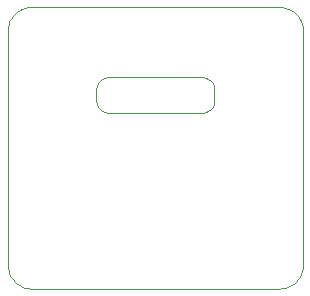
<source format=gm1>
G04*
G04 #@! TF.GenerationSoftware,Altium Limited,Altium Designer,20.0.13 (296)*
G04*
G04 Layer_Color=16711935*
%FSLAX44Y44*%
%MOMM*%
G71*
G01*
G75*
%ADD57C,0.1000*%
%ADD66C,0.0500*%
D57*
X-40000Y59700D02*
X-42588Y59359D01*
X-45000Y58360D01*
X-47071Y56771D01*
X-48660Y54700D01*
X-49659Y52288D01*
X-50000Y49700D01*
Y39700D02*
X-49659Y37112D01*
X-48660Y34700D01*
X-47071Y32629D01*
X-45000Y31040D01*
X-42588Y30041D01*
X-40000Y29700D01*
X40000D02*
X42588Y30041D01*
X45000Y31040D01*
X47071Y32629D01*
X48660Y34700D01*
X49659Y37112D01*
X50000Y39700D01*
Y49700D02*
X49659Y52288D01*
X48660Y54700D01*
X47071Y56771D01*
X45000Y58360D01*
X42588Y59359D01*
X40000Y59700D01*
X-40000Y29700D02*
X40000D01*
X-40000Y59700D02*
X40000D01*
X-50000Y39700D02*
Y49700D01*
X50000Y39700D02*
Y49700D01*
D66*
X125000Y99310D02*
X124829Y101920D01*
X124319Y104486D01*
X123478Y106964D01*
X122321Y109310D01*
X120867Y111485D01*
X119142Y113452D01*
X117175Y115177D01*
X115000Y116630D01*
X112654Y117788D01*
X110176Y118629D01*
X107611Y119139D01*
X105000Y119310D01*
Y-119310D02*
X107611Y-119139D01*
X110176Y-118629D01*
X112654Y-117788D01*
X115000Y-116630D01*
X117175Y-115177D01*
X119142Y-113452D01*
X120867Y-111485D01*
X122321Y-109310D01*
X123478Y-106964D01*
X124319Y-104486D01*
X124829Y-101920D01*
X125000Y-99310D01*
X-125000D02*
X-124829Y-101920D01*
X-124319Y-104486D01*
X-123478Y-106964D01*
X-122320Y-109310D01*
X-120867Y-111485D01*
X-119142Y-113452D01*
X-117175Y-115177D01*
X-115000Y-116630D01*
X-112654Y-117788D01*
X-110176Y-118629D01*
X-107611Y-119139D01*
X-105000Y-119310D01*
Y119310D02*
X-107611Y119139D01*
X-110176Y118629D01*
X-112654Y117788D01*
X-115000Y116630D01*
X-117175Y115177D01*
X-119142Y113452D01*
X-120867Y111485D01*
X-122320Y109310D01*
X-123478Y106964D01*
X-124319Y104486D01*
X-124829Y101920D01*
X-125000Y99310D01*
X-105000Y119310D02*
X105000D01*
X125000Y99310D02*
X125000Y-99310D01*
X-105000Y-119310D02*
X105000D01*
X-125000Y-99310D02*
Y99310D01*
M02*

</source>
